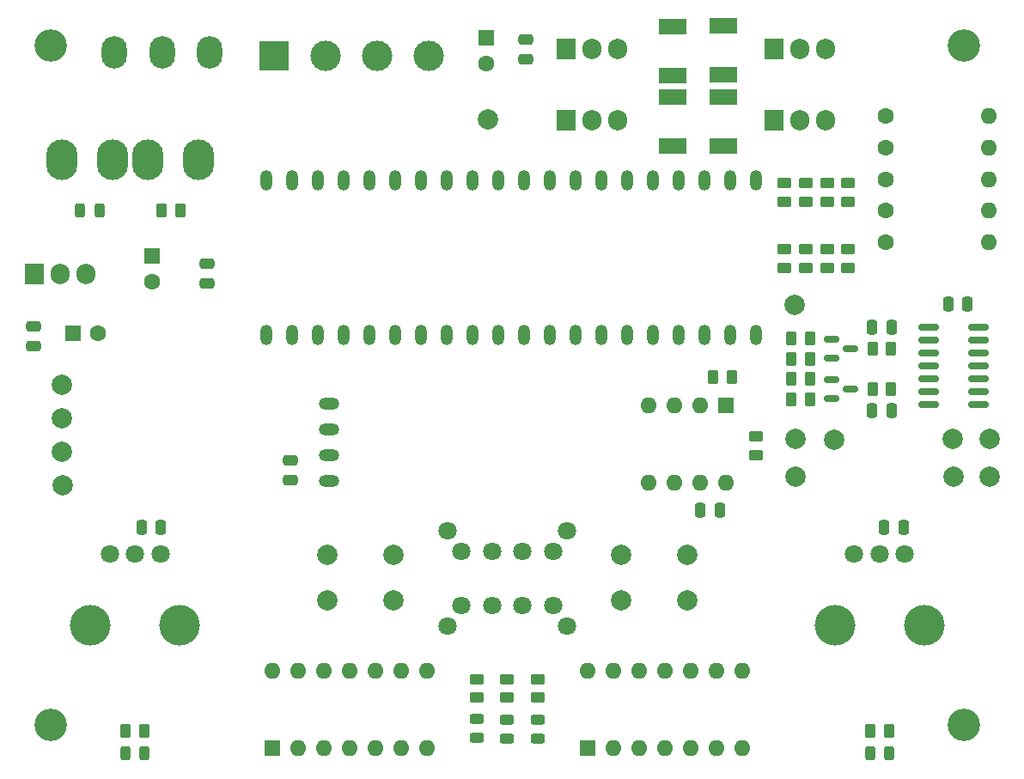
<source format=gbr>
%TF.GenerationSoftware,KiCad,Pcbnew,6.0.5+dfsg-1*%
%TF.CreationDate,2022-06-26T16:39:15+01:00*%
%TF.ProjectId,dcc-controller,6463632d-636f-46e7-9472-6f6c6c65722e,rev?*%
%TF.SameCoordinates,Original*%
%TF.FileFunction,Soldermask,Top*%
%TF.FilePolarity,Negative*%
%FSLAX46Y46*%
G04 Gerber Fmt 4.6, Leading zero omitted, Abs format (unit mm)*
G04 Created by KiCad (PCBNEW 6.0.5+dfsg-1) date 2022-06-26 16:39:15*
%MOMM*%
%LPD*%
G01*
G04 APERTURE LIST*
G04 Aperture macros list*
%AMRoundRect*
0 Rectangle with rounded corners*
0 $1 Rounding radius*
0 $2 $3 $4 $5 $6 $7 $8 $9 X,Y pos of 4 corners*
0 Add a 4 corners polygon primitive as box body*
4,1,4,$2,$3,$4,$5,$6,$7,$8,$9,$2,$3,0*
0 Add four circle primitives for the rounded corners*
1,1,$1+$1,$2,$3*
1,1,$1+$1,$4,$5*
1,1,$1+$1,$6,$7*
1,1,$1+$1,$8,$9*
0 Add four rect primitives between the rounded corners*
20,1,$1+$1,$2,$3,$4,$5,0*
20,1,$1+$1,$4,$5,$6,$7,0*
20,1,$1+$1,$6,$7,$8,$9,0*
20,1,$1+$1,$8,$9,$2,$3,0*%
G04 Aperture macros list end*
%ADD10O,3.100000X4.000000*%
%ADD11C,2.000000*%
%ADD12O,2.500000X3.200000*%
%ADD13RoundRect,0.250000X-0.262500X-0.450000X0.262500X-0.450000X0.262500X0.450000X-0.262500X0.450000X0*%
%ADD14RoundRect,0.250000X0.262500X0.450000X-0.262500X0.450000X-0.262500X-0.450000X0.262500X-0.450000X0*%
%ADD15RoundRect,0.243750X-0.243750X-0.456250X0.243750X-0.456250X0.243750X0.456250X-0.243750X0.456250X0*%
%ADD16RoundRect,0.243750X0.243750X0.456250X-0.243750X0.456250X-0.243750X-0.456250X0.243750X-0.456250X0*%
%ADD17C,1.600000*%
%ADD18O,1.600000X1.600000*%
%ADD19RoundRect,0.250000X0.250000X0.475000X-0.250000X0.475000X-0.250000X-0.475000X0.250000X-0.475000X0*%
%ADD20RoundRect,0.150000X-0.587500X-0.150000X0.587500X-0.150000X0.587500X0.150000X-0.587500X0.150000X0*%
%ADD21RoundRect,0.250000X-0.450000X0.262500X-0.450000X-0.262500X0.450000X-0.262500X0.450000X0.262500X0*%
%ADD22RoundRect,0.250000X-0.250000X-0.475000X0.250000X-0.475000X0.250000X0.475000X-0.250000X0.475000X0*%
%ADD23R,1.600000X1.600000*%
%ADD24RoundRect,0.250000X0.450000X-0.262500X0.450000X0.262500X-0.450000X0.262500X-0.450000X-0.262500X0*%
%ADD25R,1.905000X2.000000*%
%ADD26O,1.905000X2.000000*%
%ADD27O,1.200000X2.000000*%
%ADD28R,2.700000X1.500000*%
%ADD29RoundRect,0.250000X0.475000X-0.250000X0.475000X0.250000X-0.475000X0.250000X-0.475000X-0.250000X0*%
%ADD30RoundRect,0.250000X-0.475000X0.250000X-0.475000X-0.250000X0.475000X-0.250000X0.475000X0.250000X0*%
%ADD31C,3.200000*%
%ADD32RoundRect,0.243750X0.456250X-0.243750X0.456250X0.243750X-0.456250X0.243750X-0.456250X-0.243750X0*%
%ADD33R,3.000000X3.000000*%
%ADD34C,3.000000*%
%ADD35O,2.000000X1.200000*%
%ADD36C,4.000000*%
%ADD37C,1.800000*%
%ADD38RoundRect,0.150000X-0.825000X-0.150000X0.825000X-0.150000X0.825000X0.150000X-0.825000X0.150000X0*%
G04 APERTURE END LIST*
D10*
%TO.C,F1*%
X121600000Y-71300000D03*
X116600000Y-71300000D03*
X113100000Y-71300000D03*
X108100000Y-71300000D03*
%TD*%
D11*
%TO.C,TP15*%
X199500000Y-102500000D03*
%TD*%
%TO.C,TP14*%
X108100000Y-96800000D03*
%TD*%
%TO.C,TP13*%
X108100000Y-100100000D03*
%TD*%
%TO.C,TP12*%
X150100000Y-67300000D03*
%TD*%
%TO.C,TP11*%
X108100000Y-93500000D03*
%TD*%
%TO.C,TP10*%
X195900000Y-98800000D03*
%TD*%
%TO.C,TP9*%
X184200000Y-98900000D03*
%TD*%
%TO.C,TP8*%
X199500000Y-98800000D03*
%TD*%
%TO.C,TP7*%
X108200000Y-103400000D03*
%TD*%
%TO.C,TP6*%
X196000000Y-102500000D03*
%TD*%
%TO.C,TP5*%
X180400000Y-102500000D03*
%TD*%
%TO.C,TP4*%
X180400000Y-98800000D03*
%TD*%
%TO.C,TP3*%
X180300000Y-85600000D03*
%TD*%
D12*
%TO.C,SW6*%
X113300000Y-60700000D03*
X118000000Y-60700000D03*
X122700000Y-60700000D03*
%TD*%
D13*
%TO.C,R2*%
X189612500Y-127600000D03*
X187787500Y-127600000D03*
%TD*%
D14*
%TO.C,R1*%
X116212500Y-127600000D03*
X114387500Y-127600000D03*
%TD*%
D15*
%TO.C,D2*%
X187762500Y-129800000D03*
X189637500Y-129800000D03*
%TD*%
D16*
%TO.C,D1*%
X116237500Y-129800000D03*
X114362500Y-129800000D03*
%TD*%
D17*
%TO.C,R17*%
X189300000Y-73200000D03*
D18*
X199460000Y-73200000D03*
%TD*%
D19*
%TO.C,C11*%
X189850000Y-96000000D03*
X187950000Y-96000000D03*
%TD*%
D20*
%TO.C,Q1*%
X183962500Y-92950000D03*
X183962500Y-94850000D03*
X185837500Y-93900000D03*
%TD*%
D21*
%TO.C,R5*%
X155000000Y-124312500D03*
X155000000Y-122487500D03*
%TD*%
D22*
%TO.C,C2*%
X189150000Y-107500000D03*
X191050000Y-107500000D03*
%TD*%
D23*
%TO.C,C5*%
X109194888Y-88400000D03*
D17*
X111694888Y-88400000D03*
%TD*%
D24*
%TO.C,R27*%
X185600000Y-81912500D03*
X185600000Y-80087500D03*
%TD*%
D25*
%TO.C,U3*%
X105360000Y-82545000D03*
D26*
X107900000Y-82545000D03*
X110440000Y-82545000D03*
%TD*%
D21*
%TO.C,R21*%
X176500000Y-98587500D03*
X176500000Y-100412500D03*
%TD*%
D27*
%TO.C,U1*%
X176515000Y-73280000D03*
X173975000Y-73280000D03*
X171435000Y-73280000D03*
X168895000Y-73280000D03*
X166355000Y-73280000D03*
X163815000Y-73280000D03*
X161275000Y-73280000D03*
X158735000Y-73280000D03*
X156195000Y-73280000D03*
X153655000Y-73280000D03*
X151115000Y-73280000D03*
X148575000Y-73280000D03*
X146035000Y-73280000D03*
X143495000Y-73280000D03*
X140955000Y-73280000D03*
X138415000Y-73280000D03*
X135875000Y-73280000D03*
X133335000Y-73280000D03*
X130795000Y-73280000D03*
X128255000Y-73280000D03*
X128255000Y-88520000D03*
X130795000Y-88520000D03*
X133335000Y-88520000D03*
X135875000Y-88520000D03*
X138415000Y-88520000D03*
X140955000Y-88520000D03*
X143495000Y-88520000D03*
X146035000Y-88520000D03*
X148575000Y-88520000D03*
X151115000Y-88520000D03*
X153655000Y-88520000D03*
X156195000Y-88520000D03*
X158735000Y-88520000D03*
X161275000Y-88520000D03*
X163815000Y-88520000D03*
X166355000Y-88520000D03*
X168895000Y-88520000D03*
X171435000Y-88520000D03*
X173975000Y-88520000D03*
X176515000Y-88520000D03*
%TD*%
D23*
%TO.C,U4*%
X173550000Y-95500000D03*
D18*
X171010000Y-95500000D03*
X168470000Y-95500000D03*
X165930000Y-95500000D03*
X165930000Y-103120000D03*
X168470000Y-103120000D03*
X171010000Y-103120000D03*
X173550000Y-103120000D03*
%TD*%
D25*
%TO.C,Q6*%
X178260000Y-67395000D03*
D26*
X180800000Y-67395000D03*
X183340000Y-67395000D03*
%TD*%
D21*
%TO.C,R22*%
X179300000Y-80087500D03*
X179300000Y-81912500D03*
%TD*%
D25*
%TO.C,Q5*%
X178260000Y-60395000D03*
D26*
X180800000Y-60395000D03*
X183340000Y-60395000D03*
%TD*%
D18*
%TO.C,R16*%
X199460000Y-70100000D03*
D17*
X189300000Y-70100000D03*
%TD*%
D21*
%TO.C,R28*%
X183500000Y-73587500D03*
X183500000Y-75412500D03*
%TD*%
%TO.C,R25*%
X181400000Y-80087500D03*
X181400000Y-81912500D03*
%TD*%
D18*
%TO.C,R19*%
X199460000Y-79400000D03*
D17*
X189300000Y-79400000D03*
%TD*%
D22*
%TO.C,C1*%
X117850000Y-107500000D03*
X115950000Y-107500000D03*
%TD*%
D28*
%TO.C,D11*%
X173300000Y-58100000D03*
X173300000Y-62900000D03*
%TD*%
D23*
%TO.C,SW5*%
X128875000Y-129300000D03*
D18*
X131415000Y-129300000D03*
X133955000Y-129300000D03*
X136495000Y-129300000D03*
X139035000Y-129300000D03*
X141575000Y-129300000D03*
X144115000Y-129300000D03*
X144115000Y-121680000D03*
X141575000Y-121680000D03*
X139035000Y-121680000D03*
X136495000Y-121680000D03*
X133955000Y-121680000D03*
X131415000Y-121680000D03*
X128875000Y-121680000D03*
%TD*%
D29*
%TO.C,C8*%
X153800000Y-61350000D03*
X153800000Y-59450000D03*
%TD*%
D13*
%TO.C,R13*%
X179987500Y-88900000D03*
X181812500Y-88900000D03*
%TD*%
D14*
%TO.C,R15*%
X189812500Y-89900000D03*
X187987500Y-89900000D03*
%TD*%
D19*
%TO.C,C4*%
X172950000Y-105800000D03*
X171050000Y-105800000D03*
%TD*%
D24*
%TO.C,R23*%
X179300000Y-75412500D03*
X179300000Y-73587500D03*
%TD*%
D30*
%TO.C,C9*%
X122400000Y-81550000D03*
X122400000Y-83450000D03*
%TD*%
D28*
%TO.C,D10*%
X168300000Y-65100000D03*
X168300000Y-69900000D03*
%TD*%
D14*
%TO.C,R14*%
X189812500Y-93900000D03*
X187987500Y-93900000D03*
%TD*%
D25*
%TO.C,Q3*%
X157760000Y-60395000D03*
D26*
X160300000Y-60395000D03*
X162840000Y-60395000D03*
%TD*%
D31*
%TO.C,H1*%
X107000000Y-127000000D03*
%TD*%
D32*
%TO.C,D5*%
X155000000Y-126462500D03*
X155000000Y-128337500D03*
%TD*%
D13*
%TO.C,R12*%
X179987500Y-92900000D03*
X181812500Y-92900000D03*
%TD*%
D32*
%TO.C,D7*%
X152000000Y-126462500D03*
X152000000Y-128337500D03*
%TD*%
D25*
%TO.C,Q4*%
X157760000Y-67395000D03*
D26*
X160300000Y-67395000D03*
X162840000Y-67395000D03*
%TD*%
D21*
%TO.C,R26*%
X185600000Y-73587500D03*
X185600000Y-75412500D03*
%TD*%
D19*
%TO.C,C12*%
X189850000Y-87800000D03*
X187950000Y-87800000D03*
%TD*%
D30*
%TO.C,C6*%
X105300000Y-87750000D03*
X105300000Y-89650000D03*
%TD*%
D20*
%TO.C,Q2*%
X183962500Y-88950000D03*
X183962500Y-90850000D03*
X185837500Y-89900000D03*
%TD*%
D31*
%TO.C,H2*%
X107000000Y-60000000D03*
%TD*%
D11*
%TO.C,SW3*%
X169750000Y-114750000D03*
X163250000Y-114750000D03*
X163250000Y-110250000D03*
X169750000Y-110250000D03*
%TD*%
D23*
%TO.C,SW1*%
X159875000Y-129300000D03*
D18*
X162415000Y-129300000D03*
X164955000Y-129300000D03*
X167495000Y-129300000D03*
X170035000Y-129300000D03*
X172575000Y-129300000D03*
X175115000Y-129300000D03*
X175115000Y-121680000D03*
X172575000Y-121680000D03*
X170035000Y-121680000D03*
X167495000Y-121680000D03*
X164955000Y-121680000D03*
X162415000Y-121680000D03*
X159875000Y-121680000D03*
%TD*%
D23*
%TO.C,C10*%
X149900000Y-59294888D03*
D17*
X149900000Y-61794888D03*
%TD*%
D19*
%TO.C,C3*%
X195450000Y-85500000D03*
X197350000Y-85500000D03*
%TD*%
D31*
%TO.C,H4*%
X197000000Y-127000000D03*
%TD*%
D11*
%TO.C,SW2*%
X140750000Y-114750000D03*
X134250000Y-114750000D03*
X140750000Y-110250000D03*
X134250000Y-110250000D03*
%TD*%
D30*
%TO.C,C13*%
X130600000Y-100950000D03*
X130600000Y-102850000D03*
%TD*%
D21*
%TO.C,R7*%
X152000000Y-124312500D03*
X152000000Y-122487500D03*
%TD*%
%TO.C,R6*%
X149000000Y-124312500D03*
X149000000Y-122487500D03*
%TD*%
D33*
%TO.C,J1*%
X128980000Y-61000000D03*
D34*
X134060000Y-61000000D03*
X139140000Y-61000000D03*
X144220000Y-61000000D03*
%TD*%
D35*
%TO.C,U5*%
X134450000Y-102910000D03*
X134450000Y-100370000D03*
X134450000Y-97830000D03*
X134450000Y-95290000D03*
%TD*%
D28*
%TO.C,D9*%
X168300000Y-58200000D03*
X168300000Y-63000000D03*
%TD*%
D36*
%TO.C,RV2*%
X184300000Y-117150000D03*
X193100000Y-117150000D03*
D37*
X186200000Y-110150000D03*
X188700000Y-110150000D03*
X191200000Y-110150000D03*
%TD*%
D13*
%TO.C,R10*%
X179987500Y-94900000D03*
X181812500Y-94900000D03*
%TD*%
D32*
%TO.C,D6*%
X149000000Y-126400000D03*
X149000000Y-128275000D03*
%TD*%
D21*
%TO.C,R29*%
X183500000Y-80087500D03*
X183500000Y-81912500D03*
%TD*%
D37*
%TO.C,SW4*%
X147500000Y-109895000D03*
X147500000Y-115195000D03*
X153500000Y-115195000D03*
X150500000Y-115195000D03*
X146100000Y-107845000D03*
X153500000Y-109895000D03*
X157900000Y-107845000D03*
X146100000Y-117245000D03*
X157900000Y-117245000D03*
X150500000Y-109895000D03*
X156500000Y-115195000D03*
X156500000Y-109895000D03*
%TD*%
D31*
%TO.C,H3*%
X197000000Y-60000000D03*
%TD*%
D23*
%TO.C,C7*%
X117000000Y-80794888D03*
D17*
X117000000Y-83294888D03*
%TD*%
D15*
%TO.C,D8*%
X109912500Y-76300000D03*
X111787500Y-76300000D03*
%TD*%
D24*
%TO.C,R24*%
X181400000Y-75412500D03*
X181400000Y-73587500D03*
%TD*%
D18*
%TO.C,R18*%
X199460000Y-76300000D03*
D17*
X189300000Y-76300000D03*
%TD*%
D18*
%TO.C,R9*%
X199460000Y-67000000D03*
D17*
X189300000Y-67000000D03*
%TD*%
D13*
%TO.C,R11*%
X179987500Y-90900000D03*
X181812500Y-90900000D03*
%TD*%
D36*
%TO.C,RV1*%
X119700000Y-117150000D03*
X110900000Y-117150000D03*
D37*
X112800000Y-110150000D03*
X115300000Y-110150000D03*
X117800000Y-110150000D03*
%TD*%
D14*
%TO.C,R8*%
X119762500Y-76300000D03*
X117937500Y-76300000D03*
%TD*%
D28*
%TO.C,D12*%
X173300000Y-65100000D03*
X173300000Y-69900000D03*
%TD*%
D13*
%TO.C,R20*%
X172287500Y-92700000D03*
X174112500Y-92700000D03*
%TD*%
D38*
%TO.C,U2*%
X198475000Y-87790000D03*
X198475000Y-89060000D03*
X198475000Y-90330000D03*
X198475000Y-91600000D03*
X198475000Y-92870000D03*
X198475000Y-94140000D03*
X198475000Y-95410000D03*
X193525000Y-95410000D03*
X193525000Y-94140000D03*
X193525000Y-92870000D03*
X193525000Y-91600000D03*
X193525000Y-90330000D03*
X193525000Y-89060000D03*
X193525000Y-87790000D03*
%TD*%
M02*

</source>
